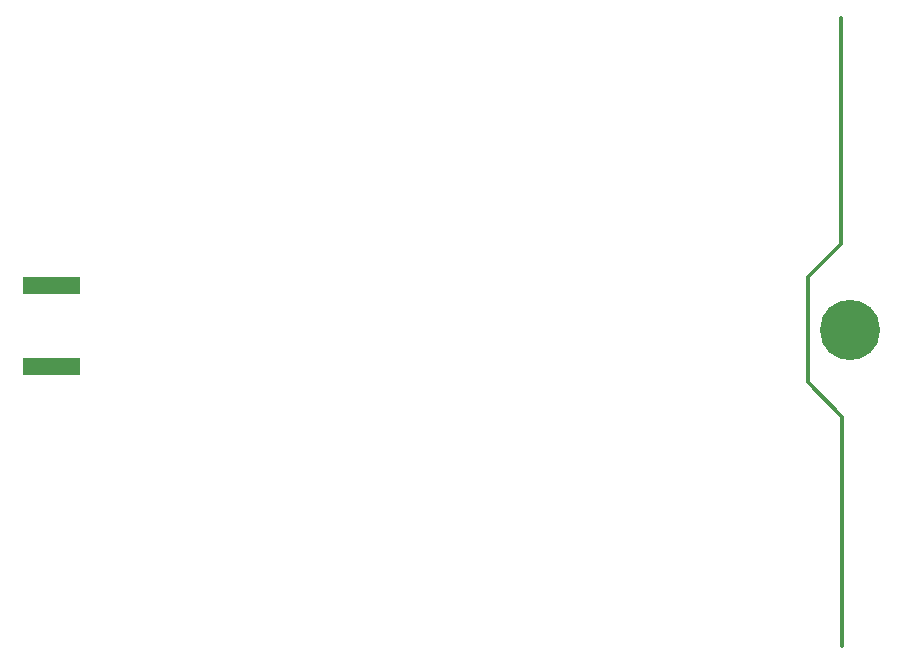
<source format=gbs>
G04 Layer: BottomSolderMaskLayer*
G04 EasyEDA Pro v2.1.49.1, 2024-02-28 13:49:17*
G04 Gerber Generator version 0.3*
G04 Scale: 100 percent, Rotated: No, Reflected: No*
G04 Dimensions in millimeters*
G04 Leading zeros omitted, absolute positions, 3 integers and 5 decimals*
%FSLAX35Y35*%
%MOMM*%
%ADD10C,0.305*%
%ADD11C,5.10159*%
G75*


G04 PolygonModel Start*
G54D10*
G01X8890000Y7226300D02*
G01X8890000Y5308600D01*
G01X8890000Y5308600D02*
G01X8610600Y5029200D01*
G01X8610600Y5029200D02*
G01X8610600Y4140200D01*
G01X8610600Y4140200D02*
G01X8902700Y3848100D01*
G01X8902700Y3844802D02*
G01X8902700Y1905000D01*
G04 PolygonModel End*

G04 Rect Start*
G36*
G01X1968500Y5029200D02*
G01X1968500Y4889500D01*
G01X2451100D01*
G01Y5029200D01*
G01X1968500D01*
G37*
G36*
G01X1968500Y4343400D02*
G01X1968500Y4203700D01*
G01X2451100D01*
G01Y4343400D01*
G01X1968500D01*
G37*
G04 Rect End*

G04 Pad Start*
G54D11*
G01X8966200Y4584700D03*
G04 Pad End*

M02*

</source>
